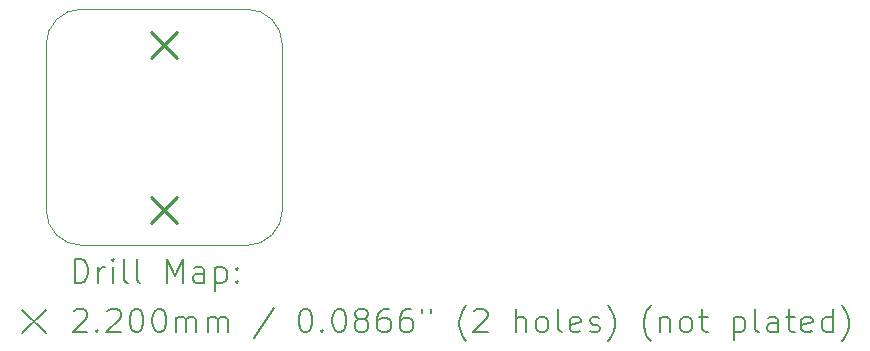
<source format=gbr>
%TF.GenerationSoftware,KiCad,Pcbnew,7.0.1*%
%TF.CreationDate,2023-07-16T03:42:18+02:00*%
%TF.ProjectId,load_cell_connector_interface,6c6f6164-5f63-4656-9c6c-5f636f6e6e65,rev?*%
%TF.SameCoordinates,Original*%
%TF.FileFunction,Drillmap*%
%TF.FilePolarity,Positive*%
%FSLAX45Y45*%
G04 Gerber Fmt 4.5, Leading zero omitted, Abs format (unit mm)*
G04 Created by KiCad (PCBNEW 7.0.1) date 2023-07-16 03:42:18*
%MOMM*%
%LPD*%
G01*
G04 APERTURE LIST*
%ADD10C,0.100000*%
%ADD11C,0.200000*%
%ADD12C,0.220000*%
G04 APERTURE END LIST*
D10*
X12877500Y-11032500D02*
X11477500Y-11032500D01*
X13177500Y-9332500D02*
X13177500Y-10732500D01*
X11477500Y-9032500D02*
X12877500Y-9032500D01*
X11177500Y-10732500D02*
X11177500Y-9332500D01*
X11177500Y-10732500D02*
G75*
G03*
X11477500Y-11032500I300000J0D01*
G01*
X12877500Y-11032500D02*
G75*
G03*
X13177500Y-10732500I0J300000D01*
G01*
X13177500Y-9332500D02*
G75*
G03*
X12877500Y-9032500I-300000J0D01*
G01*
X11477500Y-9032500D02*
G75*
G03*
X11177500Y-9332500I0J-300000D01*
G01*
D11*
D12*
X12065000Y-9222500D02*
X12285000Y-9442500D01*
X12285000Y-9222500D02*
X12065000Y-9442500D01*
X12065000Y-10622500D02*
X12285000Y-10842500D01*
X12285000Y-10622500D02*
X12065000Y-10842500D01*
D11*
X11420119Y-11350024D02*
X11420119Y-11150024D01*
X11420119Y-11150024D02*
X11467738Y-11150024D01*
X11467738Y-11150024D02*
X11496309Y-11159548D01*
X11496309Y-11159548D02*
X11515357Y-11178595D01*
X11515357Y-11178595D02*
X11524881Y-11197643D01*
X11524881Y-11197643D02*
X11534405Y-11235738D01*
X11534405Y-11235738D02*
X11534405Y-11264309D01*
X11534405Y-11264309D02*
X11524881Y-11302405D01*
X11524881Y-11302405D02*
X11515357Y-11321452D01*
X11515357Y-11321452D02*
X11496309Y-11340500D01*
X11496309Y-11340500D02*
X11467738Y-11350024D01*
X11467738Y-11350024D02*
X11420119Y-11350024D01*
X11620119Y-11350024D02*
X11620119Y-11216690D01*
X11620119Y-11254786D02*
X11629643Y-11235738D01*
X11629643Y-11235738D02*
X11639167Y-11226214D01*
X11639167Y-11226214D02*
X11658214Y-11216690D01*
X11658214Y-11216690D02*
X11677262Y-11216690D01*
X11743928Y-11350024D02*
X11743928Y-11216690D01*
X11743928Y-11150024D02*
X11734405Y-11159548D01*
X11734405Y-11159548D02*
X11743928Y-11169071D01*
X11743928Y-11169071D02*
X11753452Y-11159548D01*
X11753452Y-11159548D02*
X11743928Y-11150024D01*
X11743928Y-11150024D02*
X11743928Y-11169071D01*
X11867738Y-11350024D02*
X11848690Y-11340500D01*
X11848690Y-11340500D02*
X11839167Y-11321452D01*
X11839167Y-11321452D02*
X11839167Y-11150024D01*
X11972500Y-11350024D02*
X11953452Y-11340500D01*
X11953452Y-11340500D02*
X11943928Y-11321452D01*
X11943928Y-11321452D02*
X11943928Y-11150024D01*
X12201071Y-11350024D02*
X12201071Y-11150024D01*
X12201071Y-11150024D02*
X12267738Y-11292881D01*
X12267738Y-11292881D02*
X12334405Y-11150024D01*
X12334405Y-11150024D02*
X12334405Y-11350024D01*
X12515357Y-11350024D02*
X12515357Y-11245262D01*
X12515357Y-11245262D02*
X12505833Y-11226214D01*
X12505833Y-11226214D02*
X12486786Y-11216690D01*
X12486786Y-11216690D02*
X12448690Y-11216690D01*
X12448690Y-11216690D02*
X12429643Y-11226214D01*
X12515357Y-11340500D02*
X12496309Y-11350024D01*
X12496309Y-11350024D02*
X12448690Y-11350024D01*
X12448690Y-11350024D02*
X12429643Y-11340500D01*
X12429643Y-11340500D02*
X12420119Y-11321452D01*
X12420119Y-11321452D02*
X12420119Y-11302405D01*
X12420119Y-11302405D02*
X12429643Y-11283357D01*
X12429643Y-11283357D02*
X12448690Y-11273833D01*
X12448690Y-11273833D02*
X12496309Y-11273833D01*
X12496309Y-11273833D02*
X12515357Y-11264309D01*
X12610595Y-11216690D02*
X12610595Y-11416690D01*
X12610595Y-11226214D02*
X12629643Y-11216690D01*
X12629643Y-11216690D02*
X12667738Y-11216690D01*
X12667738Y-11216690D02*
X12686786Y-11226214D01*
X12686786Y-11226214D02*
X12696309Y-11235738D01*
X12696309Y-11235738D02*
X12705833Y-11254786D01*
X12705833Y-11254786D02*
X12705833Y-11311928D01*
X12705833Y-11311928D02*
X12696309Y-11330976D01*
X12696309Y-11330976D02*
X12686786Y-11340500D01*
X12686786Y-11340500D02*
X12667738Y-11350024D01*
X12667738Y-11350024D02*
X12629643Y-11350024D01*
X12629643Y-11350024D02*
X12610595Y-11340500D01*
X12791548Y-11330976D02*
X12801071Y-11340500D01*
X12801071Y-11340500D02*
X12791548Y-11350024D01*
X12791548Y-11350024D02*
X12782024Y-11340500D01*
X12782024Y-11340500D02*
X12791548Y-11330976D01*
X12791548Y-11330976D02*
X12791548Y-11350024D01*
X12791548Y-11226214D02*
X12801071Y-11235738D01*
X12801071Y-11235738D02*
X12791548Y-11245262D01*
X12791548Y-11245262D02*
X12782024Y-11235738D01*
X12782024Y-11235738D02*
X12791548Y-11226214D01*
X12791548Y-11226214D02*
X12791548Y-11245262D01*
X10972500Y-11577500D02*
X11172500Y-11777500D01*
X11172500Y-11577500D02*
X10972500Y-11777500D01*
X11410595Y-11589071D02*
X11420119Y-11579548D01*
X11420119Y-11579548D02*
X11439167Y-11570024D01*
X11439167Y-11570024D02*
X11486786Y-11570024D01*
X11486786Y-11570024D02*
X11505833Y-11579548D01*
X11505833Y-11579548D02*
X11515357Y-11589071D01*
X11515357Y-11589071D02*
X11524881Y-11608119D01*
X11524881Y-11608119D02*
X11524881Y-11627167D01*
X11524881Y-11627167D02*
X11515357Y-11655738D01*
X11515357Y-11655738D02*
X11401071Y-11770024D01*
X11401071Y-11770024D02*
X11524881Y-11770024D01*
X11610595Y-11750976D02*
X11620119Y-11760500D01*
X11620119Y-11760500D02*
X11610595Y-11770024D01*
X11610595Y-11770024D02*
X11601071Y-11760500D01*
X11601071Y-11760500D02*
X11610595Y-11750976D01*
X11610595Y-11750976D02*
X11610595Y-11770024D01*
X11696309Y-11589071D02*
X11705833Y-11579548D01*
X11705833Y-11579548D02*
X11724881Y-11570024D01*
X11724881Y-11570024D02*
X11772500Y-11570024D01*
X11772500Y-11570024D02*
X11791548Y-11579548D01*
X11791548Y-11579548D02*
X11801071Y-11589071D01*
X11801071Y-11589071D02*
X11810595Y-11608119D01*
X11810595Y-11608119D02*
X11810595Y-11627167D01*
X11810595Y-11627167D02*
X11801071Y-11655738D01*
X11801071Y-11655738D02*
X11686786Y-11770024D01*
X11686786Y-11770024D02*
X11810595Y-11770024D01*
X11934405Y-11570024D02*
X11953452Y-11570024D01*
X11953452Y-11570024D02*
X11972500Y-11579548D01*
X11972500Y-11579548D02*
X11982024Y-11589071D01*
X11982024Y-11589071D02*
X11991548Y-11608119D01*
X11991548Y-11608119D02*
X12001071Y-11646214D01*
X12001071Y-11646214D02*
X12001071Y-11693833D01*
X12001071Y-11693833D02*
X11991548Y-11731928D01*
X11991548Y-11731928D02*
X11982024Y-11750976D01*
X11982024Y-11750976D02*
X11972500Y-11760500D01*
X11972500Y-11760500D02*
X11953452Y-11770024D01*
X11953452Y-11770024D02*
X11934405Y-11770024D01*
X11934405Y-11770024D02*
X11915357Y-11760500D01*
X11915357Y-11760500D02*
X11905833Y-11750976D01*
X11905833Y-11750976D02*
X11896309Y-11731928D01*
X11896309Y-11731928D02*
X11886786Y-11693833D01*
X11886786Y-11693833D02*
X11886786Y-11646214D01*
X11886786Y-11646214D02*
X11896309Y-11608119D01*
X11896309Y-11608119D02*
X11905833Y-11589071D01*
X11905833Y-11589071D02*
X11915357Y-11579548D01*
X11915357Y-11579548D02*
X11934405Y-11570024D01*
X12124881Y-11570024D02*
X12143929Y-11570024D01*
X12143929Y-11570024D02*
X12162976Y-11579548D01*
X12162976Y-11579548D02*
X12172500Y-11589071D01*
X12172500Y-11589071D02*
X12182024Y-11608119D01*
X12182024Y-11608119D02*
X12191548Y-11646214D01*
X12191548Y-11646214D02*
X12191548Y-11693833D01*
X12191548Y-11693833D02*
X12182024Y-11731928D01*
X12182024Y-11731928D02*
X12172500Y-11750976D01*
X12172500Y-11750976D02*
X12162976Y-11760500D01*
X12162976Y-11760500D02*
X12143929Y-11770024D01*
X12143929Y-11770024D02*
X12124881Y-11770024D01*
X12124881Y-11770024D02*
X12105833Y-11760500D01*
X12105833Y-11760500D02*
X12096309Y-11750976D01*
X12096309Y-11750976D02*
X12086786Y-11731928D01*
X12086786Y-11731928D02*
X12077262Y-11693833D01*
X12077262Y-11693833D02*
X12077262Y-11646214D01*
X12077262Y-11646214D02*
X12086786Y-11608119D01*
X12086786Y-11608119D02*
X12096309Y-11589071D01*
X12096309Y-11589071D02*
X12105833Y-11579548D01*
X12105833Y-11579548D02*
X12124881Y-11570024D01*
X12277262Y-11770024D02*
X12277262Y-11636690D01*
X12277262Y-11655738D02*
X12286786Y-11646214D01*
X12286786Y-11646214D02*
X12305833Y-11636690D01*
X12305833Y-11636690D02*
X12334405Y-11636690D01*
X12334405Y-11636690D02*
X12353452Y-11646214D01*
X12353452Y-11646214D02*
X12362976Y-11665262D01*
X12362976Y-11665262D02*
X12362976Y-11770024D01*
X12362976Y-11665262D02*
X12372500Y-11646214D01*
X12372500Y-11646214D02*
X12391548Y-11636690D01*
X12391548Y-11636690D02*
X12420119Y-11636690D01*
X12420119Y-11636690D02*
X12439167Y-11646214D01*
X12439167Y-11646214D02*
X12448690Y-11665262D01*
X12448690Y-11665262D02*
X12448690Y-11770024D01*
X12543929Y-11770024D02*
X12543929Y-11636690D01*
X12543929Y-11655738D02*
X12553452Y-11646214D01*
X12553452Y-11646214D02*
X12572500Y-11636690D01*
X12572500Y-11636690D02*
X12601071Y-11636690D01*
X12601071Y-11636690D02*
X12620119Y-11646214D01*
X12620119Y-11646214D02*
X12629643Y-11665262D01*
X12629643Y-11665262D02*
X12629643Y-11770024D01*
X12629643Y-11665262D02*
X12639167Y-11646214D01*
X12639167Y-11646214D02*
X12658214Y-11636690D01*
X12658214Y-11636690D02*
X12686786Y-11636690D01*
X12686786Y-11636690D02*
X12705833Y-11646214D01*
X12705833Y-11646214D02*
X12715357Y-11665262D01*
X12715357Y-11665262D02*
X12715357Y-11770024D01*
X13105833Y-11560500D02*
X12934405Y-11817643D01*
X13362976Y-11570024D02*
X13382024Y-11570024D01*
X13382024Y-11570024D02*
X13401072Y-11579548D01*
X13401072Y-11579548D02*
X13410595Y-11589071D01*
X13410595Y-11589071D02*
X13420119Y-11608119D01*
X13420119Y-11608119D02*
X13429643Y-11646214D01*
X13429643Y-11646214D02*
X13429643Y-11693833D01*
X13429643Y-11693833D02*
X13420119Y-11731928D01*
X13420119Y-11731928D02*
X13410595Y-11750976D01*
X13410595Y-11750976D02*
X13401072Y-11760500D01*
X13401072Y-11760500D02*
X13382024Y-11770024D01*
X13382024Y-11770024D02*
X13362976Y-11770024D01*
X13362976Y-11770024D02*
X13343929Y-11760500D01*
X13343929Y-11760500D02*
X13334405Y-11750976D01*
X13334405Y-11750976D02*
X13324881Y-11731928D01*
X13324881Y-11731928D02*
X13315357Y-11693833D01*
X13315357Y-11693833D02*
X13315357Y-11646214D01*
X13315357Y-11646214D02*
X13324881Y-11608119D01*
X13324881Y-11608119D02*
X13334405Y-11589071D01*
X13334405Y-11589071D02*
X13343929Y-11579548D01*
X13343929Y-11579548D02*
X13362976Y-11570024D01*
X13515357Y-11750976D02*
X13524881Y-11760500D01*
X13524881Y-11760500D02*
X13515357Y-11770024D01*
X13515357Y-11770024D02*
X13505833Y-11760500D01*
X13505833Y-11760500D02*
X13515357Y-11750976D01*
X13515357Y-11750976D02*
X13515357Y-11770024D01*
X13648691Y-11570024D02*
X13667738Y-11570024D01*
X13667738Y-11570024D02*
X13686786Y-11579548D01*
X13686786Y-11579548D02*
X13696310Y-11589071D01*
X13696310Y-11589071D02*
X13705833Y-11608119D01*
X13705833Y-11608119D02*
X13715357Y-11646214D01*
X13715357Y-11646214D02*
X13715357Y-11693833D01*
X13715357Y-11693833D02*
X13705833Y-11731928D01*
X13705833Y-11731928D02*
X13696310Y-11750976D01*
X13696310Y-11750976D02*
X13686786Y-11760500D01*
X13686786Y-11760500D02*
X13667738Y-11770024D01*
X13667738Y-11770024D02*
X13648691Y-11770024D01*
X13648691Y-11770024D02*
X13629643Y-11760500D01*
X13629643Y-11760500D02*
X13620119Y-11750976D01*
X13620119Y-11750976D02*
X13610595Y-11731928D01*
X13610595Y-11731928D02*
X13601072Y-11693833D01*
X13601072Y-11693833D02*
X13601072Y-11646214D01*
X13601072Y-11646214D02*
X13610595Y-11608119D01*
X13610595Y-11608119D02*
X13620119Y-11589071D01*
X13620119Y-11589071D02*
X13629643Y-11579548D01*
X13629643Y-11579548D02*
X13648691Y-11570024D01*
X13829643Y-11655738D02*
X13810595Y-11646214D01*
X13810595Y-11646214D02*
X13801072Y-11636690D01*
X13801072Y-11636690D02*
X13791548Y-11617643D01*
X13791548Y-11617643D02*
X13791548Y-11608119D01*
X13791548Y-11608119D02*
X13801072Y-11589071D01*
X13801072Y-11589071D02*
X13810595Y-11579548D01*
X13810595Y-11579548D02*
X13829643Y-11570024D01*
X13829643Y-11570024D02*
X13867738Y-11570024D01*
X13867738Y-11570024D02*
X13886786Y-11579548D01*
X13886786Y-11579548D02*
X13896310Y-11589071D01*
X13896310Y-11589071D02*
X13905833Y-11608119D01*
X13905833Y-11608119D02*
X13905833Y-11617643D01*
X13905833Y-11617643D02*
X13896310Y-11636690D01*
X13896310Y-11636690D02*
X13886786Y-11646214D01*
X13886786Y-11646214D02*
X13867738Y-11655738D01*
X13867738Y-11655738D02*
X13829643Y-11655738D01*
X13829643Y-11655738D02*
X13810595Y-11665262D01*
X13810595Y-11665262D02*
X13801072Y-11674786D01*
X13801072Y-11674786D02*
X13791548Y-11693833D01*
X13791548Y-11693833D02*
X13791548Y-11731928D01*
X13791548Y-11731928D02*
X13801072Y-11750976D01*
X13801072Y-11750976D02*
X13810595Y-11760500D01*
X13810595Y-11760500D02*
X13829643Y-11770024D01*
X13829643Y-11770024D02*
X13867738Y-11770024D01*
X13867738Y-11770024D02*
X13886786Y-11760500D01*
X13886786Y-11760500D02*
X13896310Y-11750976D01*
X13896310Y-11750976D02*
X13905833Y-11731928D01*
X13905833Y-11731928D02*
X13905833Y-11693833D01*
X13905833Y-11693833D02*
X13896310Y-11674786D01*
X13896310Y-11674786D02*
X13886786Y-11665262D01*
X13886786Y-11665262D02*
X13867738Y-11655738D01*
X14077262Y-11570024D02*
X14039167Y-11570024D01*
X14039167Y-11570024D02*
X14020119Y-11579548D01*
X14020119Y-11579548D02*
X14010595Y-11589071D01*
X14010595Y-11589071D02*
X13991548Y-11617643D01*
X13991548Y-11617643D02*
X13982024Y-11655738D01*
X13982024Y-11655738D02*
X13982024Y-11731928D01*
X13982024Y-11731928D02*
X13991548Y-11750976D01*
X13991548Y-11750976D02*
X14001072Y-11760500D01*
X14001072Y-11760500D02*
X14020119Y-11770024D01*
X14020119Y-11770024D02*
X14058214Y-11770024D01*
X14058214Y-11770024D02*
X14077262Y-11760500D01*
X14077262Y-11760500D02*
X14086786Y-11750976D01*
X14086786Y-11750976D02*
X14096310Y-11731928D01*
X14096310Y-11731928D02*
X14096310Y-11684309D01*
X14096310Y-11684309D02*
X14086786Y-11665262D01*
X14086786Y-11665262D02*
X14077262Y-11655738D01*
X14077262Y-11655738D02*
X14058214Y-11646214D01*
X14058214Y-11646214D02*
X14020119Y-11646214D01*
X14020119Y-11646214D02*
X14001072Y-11655738D01*
X14001072Y-11655738D02*
X13991548Y-11665262D01*
X13991548Y-11665262D02*
X13982024Y-11684309D01*
X14267738Y-11570024D02*
X14229643Y-11570024D01*
X14229643Y-11570024D02*
X14210595Y-11579548D01*
X14210595Y-11579548D02*
X14201072Y-11589071D01*
X14201072Y-11589071D02*
X14182024Y-11617643D01*
X14182024Y-11617643D02*
X14172500Y-11655738D01*
X14172500Y-11655738D02*
X14172500Y-11731928D01*
X14172500Y-11731928D02*
X14182024Y-11750976D01*
X14182024Y-11750976D02*
X14191548Y-11760500D01*
X14191548Y-11760500D02*
X14210595Y-11770024D01*
X14210595Y-11770024D02*
X14248691Y-11770024D01*
X14248691Y-11770024D02*
X14267738Y-11760500D01*
X14267738Y-11760500D02*
X14277262Y-11750976D01*
X14277262Y-11750976D02*
X14286786Y-11731928D01*
X14286786Y-11731928D02*
X14286786Y-11684309D01*
X14286786Y-11684309D02*
X14277262Y-11665262D01*
X14277262Y-11665262D02*
X14267738Y-11655738D01*
X14267738Y-11655738D02*
X14248691Y-11646214D01*
X14248691Y-11646214D02*
X14210595Y-11646214D01*
X14210595Y-11646214D02*
X14191548Y-11655738D01*
X14191548Y-11655738D02*
X14182024Y-11665262D01*
X14182024Y-11665262D02*
X14172500Y-11684309D01*
X14362976Y-11570024D02*
X14362976Y-11608119D01*
X14439167Y-11570024D02*
X14439167Y-11608119D01*
X14734405Y-11846214D02*
X14724881Y-11836690D01*
X14724881Y-11836690D02*
X14705834Y-11808119D01*
X14705834Y-11808119D02*
X14696310Y-11789071D01*
X14696310Y-11789071D02*
X14686786Y-11760500D01*
X14686786Y-11760500D02*
X14677262Y-11712881D01*
X14677262Y-11712881D02*
X14677262Y-11674786D01*
X14677262Y-11674786D02*
X14686786Y-11627167D01*
X14686786Y-11627167D02*
X14696310Y-11598595D01*
X14696310Y-11598595D02*
X14705834Y-11579548D01*
X14705834Y-11579548D02*
X14724881Y-11550976D01*
X14724881Y-11550976D02*
X14734405Y-11541452D01*
X14801072Y-11589071D02*
X14810595Y-11579548D01*
X14810595Y-11579548D02*
X14829643Y-11570024D01*
X14829643Y-11570024D02*
X14877262Y-11570024D01*
X14877262Y-11570024D02*
X14896310Y-11579548D01*
X14896310Y-11579548D02*
X14905834Y-11589071D01*
X14905834Y-11589071D02*
X14915357Y-11608119D01*
X14915357Y-11608119D02*
X14915357Y-11627167D01*
X14915357Y-11627167D02*
X14905834Y-11655738D01*
X14905834Y-11655738D02*
X14791548Y-11770024D01*
X14791548Y-11770024D02*
X14915357Y-11770024D01*
X15153453Y-11770024D02*
X15153453Y-11570024D01*
X15239167Y-11770024D02*
X15239167Y-11665262D01*
X15239167Y-11665262D02*
X15229643Y-11646214D01*
X15229643Y-11646214D02*
X15210596Y-11636690D01*
X15210596Y-11636690D02*
X15182024Y-11636690D01*
X15182024Y-11636690D02*
X15162976Y-11646214D01*
X15162976Y-11646214D02*
X15153453Y-11655738D01*
X15362976Y-11770024D02*
X15343929Y-11760500D01*
X15343929Y-11760500D02*
X15334405Y-11750976D01*
X15334405Y-11750976D02*
X15324881Y-11731928D01*
X15324881Y-11731928D02*
X15324881Y-11674786D01*
X15324881Y-11674786D02*
X15334405Y-11655738D01*
X15334405Y-11655738D02*
X15343929Y-11646214D01*
X15343929Y-11646214D02*
X15362976Y-11636690D01*
X15362976Y-11636690D02*
X15391548Y-11636690D01*
X15391548Y-11636690D02*
X15410596Y-11646214D01*
X15410596Y-11646214D02*
X15420119Y-11655738D01*
X15420119Y-11655738D02*
X15429643Y-11674786D01*
X15429643Y-11674786D02*
X15429643Y-11731928D01*
X15429643Y-11731928D02*
X15420119Y-11750976D01*
X15420119Y-11750976D02*
X15410596Y-11760500D01*
X15410596Y-11760500D02*
X15391548Y-11770024D01*
X15391548Y-11770024D02*
X15362976Y-11770024D01*
X15543929Y-11770024D02*
X15524881Y-11760500D01*
X15524881Y-11760500D02*
X15515357Y-11741452D01*
X15515357Y-11741452D02*
X15515357Y-11570024D01*
X15696310Y-11760500D02*
X15677262Y-11770024D01*
X15677262Y-11770024D02*
X15639167Y-11770024D01*
X15639167Y-11770024D02*
X15620119Y-11760500D01*
X15620119Y-11760500D02*
X15610596Y-11741452D01*
X15610596Y-11741452D02*
X15610596Y-11665262D01*
X15610596Y-11665262D02*
X15620119Y-11646214D01*
X15620119Y-11646214D02*
X15639167Y-11636690D01*
X15639167Y-11636690D02*
X15677262Y-11636690D01*
X15677262Y-11636690D02*
X15696310Y-11646214D01*
X15696310Y-11646214D02*
X15705834Y-11665262D01*
X15705834Y-11665262D02*
X15705834Y-11684309D01*
X15705834Y-11684309D02*
X15610596Y-11703357D01*
X15782024Y-11760500D02*
X15801072Y-11770024D01*
X15801072Y-11770024D02*
X15839167Y-11770024D01*
X15839167Y-11770024D02*
X15858215Y-11760500D01*
X15858215Y-11760500D02*
X15867738Y-11741452D01*
X15867738Y-11741452D02*
X15867738Y-11731928D01*
X15867738Y-11731928D02*
X15858215Y-11712881D01*
X15858215Y-11712881D02*
X15839167Y-11703357D01*
X15839167Y-11703357D02*
X15810596Y-11703357D01*
X15810596Y-11703357D02*
X15791548Y-11693833D01*
X15791548Y-11693833D02*
X15782024Y-11674786D01*
X15782024Y-11674786D02*
X15782024Y-11665262D01*
X15782024Y-11665262D02*
X15791548Y-11646214D01*
X15791548Y-11646214D02*
X15810596Y-11636690D01*
X15810596Y-11636690D02*
X15839167Y-11636690D01*
X15839167Y-11636690D02*
X15858215Y-11646214D01*
X15934405Y-11846214D02*
X15943929Y-11836690D01*
X15943929Y-11836690D02*
X15962977Y-11808119D01*
X15962977Y-11808119D02*
X15972500Y-11789071D01*
X15972500Y-11789071D02*
X15982024Y-11760500D01*
X15982024Y-11760500D02*
X15991548Y-11712881D01*
X15991548Y-11712881D02*
X15991548Y-11674786D01*
X15991548Y-11674786D02*
X15982024Y-11627167D01*
X15982024Y-11627167D02*
X15972500Y-11598595D01*
X15972500Y-11598595D02*
X15962977Y-11579548D01*
X15962977Y-11579548D02*
X15943929Y-11550976D01*
X15943929Y-11550976D02*
X15934405Y-11541452D01*
X16296310Y-11846214D02*
X16286786Y-11836690D01*
X16286786Y-11836690D02*
X16267738Y-11808119D01*
X16267738Y-11808119D02*
X16258215Y-11789071D01*
X16258215Y-11789071D02*
X16248691Y-11760500D01*
X16248691Y-11760500D02*
X16239167Y-11712881D01*
X16239167Y-11712881D02*
X16239167Y-11674786D01*
X16239167Y-11674786D02*
X16248691Y-11627167D01*
X16248691Y-11627167D02*
X16258215Y-11598595D01*
X16258215Y-11598595D02*
X16267738Y-11579548D01*
X16267738Y-11579548D02*
X16286786Y-11550976D01*
X16286786Y-11550976D02*
X16296310Y-11541452D01*
X16372500Y-11636690D02*
X16372500Y-11770024D01*
X16372500Y-11655738D02*
X16382024Y-11646214D01*
X16382024Y-11646214D02*
X16401072Y-11636690D01*
X16401072Y-11636690D02*
X16429643Y-11636690D01*
X16429643Y-11636690D02*
X16448691Y-11646214D01*
X16448691Y-11646214D02*
X16458215Y-11665262D01*
X16458215Y-11665262D02*
X16458215Y-11770024D01*
X16582024Y-11770024D02*
X16562977Y-11760500D01*
X16562977Y-11760500D02*
X16553453Y-11750976D01*
X16553453Y-11750976D02*
X16543929Y-11731928D01*
X16543929Y-11731928D02*
X16543929Y-11674786D01*
X16543929Y-11674786D02*
X16553453Y-11655738D01*
X16553453Y-11655738D02*
X16562977Y-11646214D01*
X16562977Y-11646214D02*
X16582024Y-11636690D01*
X16582024Y-11636690D02*
X16610596Y-11636690D01*
X16610596Y-11636690D02*
X16629643Y-11646214D01*
X16629643Y-11646214D02*
X16639167Y-11655738D01*
X16639167Y-11655738D02*
X16648691Y-11674786D01*
X16648691Y-11674786D02*
X16648691Y-11731928D01*
X16648691Y-11731928D02*
X16639167Y-11750976D01*
X16639167Y-11750976D02*
X16629643Y-11760500D01*
X16629643Y-11760500D02*
X16610596Y-11770024D01*
X16610596Y-11770024D02*
X16582024Y-11770024D01*
X16705834Y-11636690D02*
X16782024Y-11636690D01*
X16734405Y-11570024D02*
X16734405Y-11741452D01*
X16734405Y-11741452D02*
X16743929Y-11760500D01*
X16743929Y-11760500D02*
X16762977Y-11770024D01*
X16762977Y-11770024D02*
X16782024Y-11770024D01*
X17001072Y-11636690D02*
X17001072Y-11836690D01*
X17001072Y-11646214D02*
X17020120Y-11636690D01*
X17020120Y-11636690D02*
X17058215Y-11636690D01*
X17058215Y-11636690D02*
X17077262Y-11646214D01*
X17077262Y-11646214D02*
X17086786Y-11655738D01*
X17086786Y-11655738D02*
X17096310Y-11674786D01*
X17096310Y-11674786D02*
X17096310Y-11731928D01*
X17096310Y-11731928D02*
X17086786Y-11750976D01*
X17086786Y-11750976D02*
X17077262Y-11760500D01*
X17077262Y-11760500D02*
X17058215Y-11770024D01*
X17058215Y-11770024D02*
X17020120Y-11770024D01*
X17020120Y-11770024D02*
X17001072Y-11760500D01*
X17210596Y-11770024D02*
X17191548Y-11760500D01*
X17191548Y-11760500D02*
X17182024Y-11741452D01*
X17182024Y-11741452D02*
X17182024Y-11570024D01*
X17372501Y-11770024D02*
X17372501Y-11665262D01*
X17372501Y-11665262D02*
X17362977Y-11646214D01*
X17362977Y-11646214D02*
X17343929Y-11636690D01*
X17343929Y-11636690D02*
X17305834Y-11636690D01*
X17305834Y-11636690D02*
X17286786Y-11646214D01*
X17372501Y-11760500D02*
X17353453Y-11770024D01*
X17353453Y-11770024D02*
X17305834Y-11770024D01*
X17305834Y-11770024D02*
X17286786Y-11760500D01*
X17286786Y-11760500D02*
X17277262Y-11741452D01*
X17277262Y-11741452D02*
X17277262Y-11722405D01*
X17277262Y-11722405D02*
X17286786Y-11703357D01*
X17286786Y-11703357D02*
X17305834Y-11693833D01*
X17305834Y-11693833D02*
X17353453Y-11693833D01*
X17353453Y-11693833D02*
X17372501Y-11684309D01*
X17439167Y-11636690D02*
X17515358Y-11636690D01*
X17467739Y-11570024D02*
X17467739Y-11741452D01*
X17467739Y-11741452D02*
X17477262Y-11760500D01*
X17477262Y-11760500D02*
X17496310Y-11770024D01*
X17496310Y-11770024D02*
X17515358Y-11770024D01*
X17658215Y-11760500D02*
X17639167Y-11770024D01*
X17639167Y-11770024D02*
X17601072Y-11770024D01*
X17601072Y-11770024D02*
X17582024Y-11760500D01*
X17582024Y-11760500D02*
X17572501Y-11741452D01*
X17572501Y-11741452D02*
X17572501Y-11665262D01*
X17572501Y-11665262D02*
X17582024Y-11646214D01*
X17582024Y-11646214D02*
X17601072Y-11636690D01*
X17601072Y-11636690D02*
X17639167Y-11636690D01*
X17639167Y-11636690D02*
X17658215Y-11646214D01*
X17658215Y-11646214D02*
X17667739Y-11665262D01*
X17667739Y-11665262D02*
X17667739Y-11684309D01*
X17667739Y-11684309D02*
X17572501Y-11703357D01*
X17839167Y-11770024D02*
X17839167Y-11570024D01*
X17839167Y-11760500D02*
X17820120Y-11770024D01*
X17820120Y-11770024D02*
X17782024Y-11770024D01*
X17782024Y-11770024D02*
X17762977Y-11760500D01*
X17762977Y-11760500D02*
X17753453Y-11750976D01*
X17753453Y-11750976D02*
X17743929Y-11731928D01*
X17743929Y-11731928D02*
X17743929Y-11674786D01*
X17743929Y-11674786D02*
X17753453Y-11655738D01*
X17753453Y-11655738D02*
X17762977Y-11646214D01*
X17762977Y-11646214D02*
X17782024Y-11636690D01*
X17782024Y-11636690D02*
X17820120Y-11636690D01*
X17820120Y-11636690D02*
X17839167Y-11646214D01*
X17915358Y-11846214D02*
X17924882Y-11836690D01*
X17924882Y-11836690D02*
X17943929Y-11808119D01*
X17943929Y-11808119D02*
X17953453Y-11789071D01*
X17953453Y-11789071D02*
X17962977Y-11760500D01*
X17962977Y-11760500D02*
X17972501Y-11712881D01*
X17972501Y-11712881D02*
X17972501Y-11674786D01*
X17972501Y-11674786D02*
X17962977Y-11627167D01*
X17962977Y-11627167D02*
X17953453Y-11598595D01*
X17953453Y-11598595D02*
X17943929Y-11579548D01*
X17943929Y-11579548D02*
X17924882Y-11550976D01*
X17924882Y-11550976D02*
X17915358Y-11541452D01*
M02*

</source>
